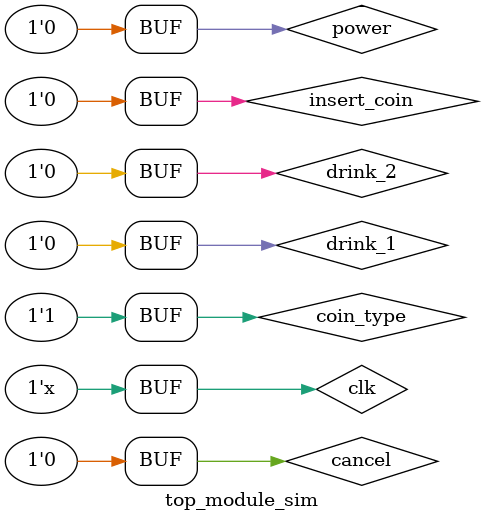
<source format=v>
`timescale 1ns / 1ps

module top_module_sim();
    reg clk = 0;
    reg coin_type = 0;
    reg insert_coin = 0;
    reg power = 0;
    reg drink_1 = 0;
    reg drink_2 = 0;
    reg cancel = 0;
    
    initial begin
        
        #100 power = 1;
        #100 power = 0; // push power button.
        
        #2000; // wait, for checking HELLO
        
        #100 insert_coin = 1;
        #100 insert_coin = 0; // push insert_coin button
        
        #100 drink_1 = 1;
        #100 drink_1 = 0; // buy drink_1
        
        #100 drink_2 = 1;
        #100 drink_2 = 0; // by drink_2
        
        #2000;
        
        coin_type = 1; // change the coin_type to "10 yuan"
        
        #100 insert_coin = 1;
        #100 insert_coin = 0; // push insert_coin button
                
        #100 drink_1 = 1;
        #100 drink_1 = 0; // buy drink_1
                
        #100 drink_2 = 1;
        #100 drink_2 = 0; // by drink_2
    end
    
    always #2 clk=~clk;
    
    wire power_led;
    wire error_led;
    wire take_drink_led;
    wire take_money_led;
    wire in_use_led;
    wire drink_2_green;
    wire drink_2_red;
    wire drink_1_green;
    wire drink_1_red;
    
    wire [7:0]AN;
    wire [7:0]SEG;
    
    top_module t_m(
        power,
        coin_type,
        insert_coin,
        drink_1,
        drink_2,
        cancel,
        
        clk,
        
        power_led,
        error_led,
        take_drink_led,
        take_money_led,
        in_use_led,
        drink_2_green, // drink 2
        drink_2_red, // drink 2
        drink_1_green, // drink 1
        drink_1_red,  // drink 1
        
        AN,
        SEG
    );
endmodule

</source>
